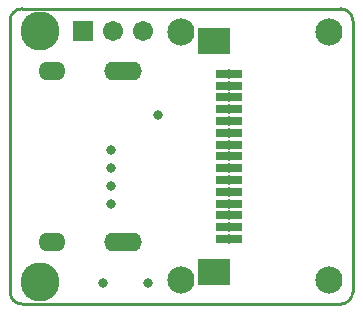
<source format=gbs>
G04 Layer_Color=16711935*
%FSLAX25Y25*%
%MOIN*%
G70*
G01*
G75*
%ADD16C,0.00965*%
%ADD17C,0.01000*%
%ADD28R,0.08674X0.03162*%
%ADD29R,0.11036X0.08674*%
%ADD31R,0.06706X0.06706*%
%ADD32C,0.06706*%
%ADD33O,0.09068X0.06312*%
%ADD34O,0.12611X0.06312*%
%ADD35C,0.13005*%
%ADD36C,0.09068*%
%ADD37C,0.03162*%
D16*
X358268Y204724D02*
G03*
X362205Y208661I0J3937D01*
G01*
X248031D02*
G03*
X251969Y204724I3937J0D01*
G01*
X251969Y303150D02*
G03*
X248031Y299213I0J-3937D01*
G01*
X362205Y299213D02*
G03*
X358268Y303150I-3937J0D01*
G01*
D17*
X248031Y208661D02*
Y299213D01*
X251969Y303150D02*
X358268D01*
X251969Y204724D02*
X358268D01*
X362205Y208661D02*
Y299213D01*
D28*
X320866Y226378D02*
D03*
Y234252D02*
D03*
Y238189D02*
D03*
Y242126D02*
D03*
Y246063D02*
D03*
Y250000D02*
D03*
Y230315D02*
D03*
Y261811D02*
D03*
Y281496D02*
D03*
Y277559D02*
D03*
Y273622D02*
D03*
Y269685D02*
D03*
Y265748D02*
D03*
Y257874D02*
D03*
Y253937D02*
D03*
D29*
X316142Y292520D02*
D03*
Y215354D02*
D03*
D31*
X272441Y295669D02*
D03*
D32*
X282441D02*
D03*
X292441D02*
D03*
D33*
X262126Y225394D02*
D03*
Y282480D02*
D03*
D34*
X285591Y225394D02*
D03*
Y282480D02*
D03*
D35*
X257874Y212205D02*
D03*
Y295669D02*
D03*
D36*
X354331Y212598D02*
D03*
Y295276D02*
D03*
X305118Y212598D02*
D03*
Y295276D02*
D03*
D37*
X294094Y211811D02*
D03*
X279134D02*
D03*
X297244Y267717D02*
D03*
X281496Y238189D02*
D03*
Y244094D02*
D03*
Y250000D02*
D03*
Y255906D02*
D03*
X320866Y226378D02*
D03*
Y230315D02*
D03*
Y234252D02*
D03*
Y238189D02*
D03*
Y242126D02*
D03*
Y250000D02*
D03*
Y253937D02*
D03*
Y261811D02*
D03*
Y265748D02*
D03*
Y273622D02*
D03*
Y277559D02*
D03*
Y246063D02*
D03*
Y257874D02*
D03*
Y269685D02*
D03*
Y281496D02*
D03*
M02*

</source>
